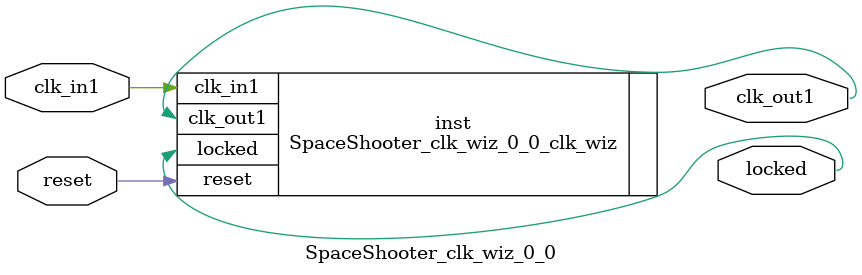
<source format=v>


`timescale 1ps/1ps

(* CORE_GENERATION_INFO = "SpaceShooter_clk_wiz_0_0,clk_wiz_v6_0_6_0_0,{component_name=SpaceShooter_clk_wiz_0_0,use_phase_alignment=true,use_min_o_jitter=false,use_max_i_jitter=false,use_dyn_phase_shift=false,use_inclk_switchover=false,use_dyn_reconfig=false,enable_axi=0,feedback_source=FDBK_AUTO,PRIMITIVE=MMCM,num_out_clk=1,clkin1_period=10.000,clkin2_period=10.000,use_power_down=false,use_reset=true,use_locked=true,use_inclk_stopped=false,feedback_type=SINGLE,CLOCK_MGR_TYPE=NA,manual_override=false}" *)

module SpaceShooter_clk_wiz_0_0 
 (
  // Clock out ports
  output        clk_out1,
  // Status and control signals
  input         reset,
  output        locked,
 // Clock in ports
  input         clk_in1
 );

  SpaceShooter_clk_wiz_0_0_clk_wiz inst
  (
  // Clock out ports  
  .clk_out1(clk_out1),
  // Status and control signals               
  .reset(reset), 
  .locked(locked),
 // Clock in ports
  .clk_in1(clk_in1)
  );

endmodule

</source>
